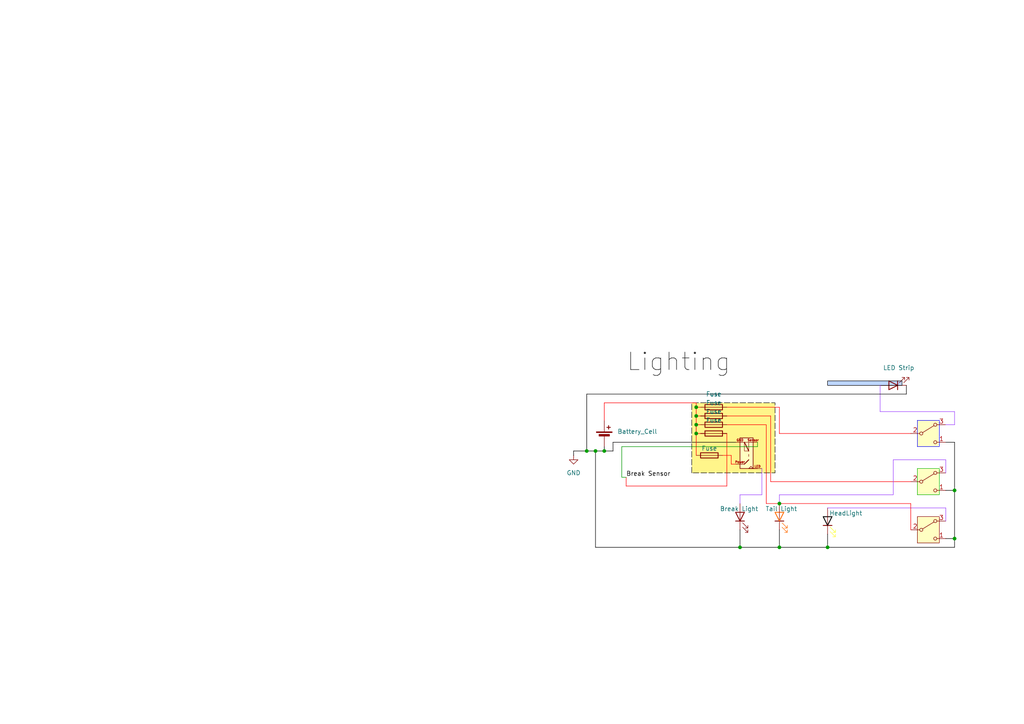
<source format=kicad_sch>
(kicad_sch (version 20250114) (generator "eeschema") (generator_version "9.0")
  (paper "A4")
  (lib_symbols
    (symbol "Device:Battery_Cell" (pin_numbers (hide yes)) (pin_names (offset 0) (hide yes))
      (property "Reference" "BT" (at 2.54 2.54 0))
      (property "Value" "Battery_Cell" (at 2.54 0 0))
      (symbol "Battery_Cell_0_1"
        (rectangle (start -2.286 1.778) (end 2.286 1.524) (fill (type outline)))
        (rectangle (start -1.524 1.016) (end 1.524 0.508) (fill (type outline)))
        (polyline (pts (xy 0 1.778) (xy 0 2.54)))
        (polyline (pts (xy 0 0.762) (xy 0 0)))
        (polyline (pts (xy 0.762 3.048) (xy 1.778 3.048)) (stroke (width 0.254)))
        (polyline (pts (xy 1.27 3.556) (xy 1.27 2.54)) (stroke (width 0.254)))
      )
      (symbol "Battery_Cell_1_1"
        (pin passive line (at 0 5.08 270) (length 2.54) (name "+") (number "1"))
        (pin passive line (at 0 -2.54 90) (length 2.54) (name "-") (number "2"))
      )
    )
    (symbol "Device:Fuse" (pin_numbers (hide yes)) (pin_names (offset 0))
      (property "Reference" "F" (at 2.032 0 90))
      (property "Value" "Fuse" (at -1.905 0 90))
      (symbol "Fuse_0_1"
        (rectangle (start -0.762 -2.54) (end 0.762 2.54) (stroke (width 0.254)))
        (polyline (pts (xy 0 2.54) (xy 0 -2.54)))
      )
      (symbol "Fuse_1_1"
        (pin passive line (at 0 3.81 270) (length 1.27) (name "~") (number "1"))
        (pin passive line (at 0 -3.81 90) (length 1.27) (name "~") (number "2"))
      )
    )
    (symbol "Device:LED" (pin_numbers (hide yes)) (pin_names (offset 1.016) (hide yes))
      (property "Reference" "D" (at 0 2.54 0))
      (property "Value" "LED" (at 0 -2.54 0))
      (symbol "LED_0_1"
        (polyline (pts (xy -3.048 -0.762) (xy -4.572 -2.286) (xy -3.81 -2.286) (xy -4.572 -2.286) (xy -4.572 -1.524)))
        (polyline (pts (xy -1.778 -0.762) (xy -3.302 -2.286) (xy -2.54 -2.286) (xy -3.302 -2.286) (xy -3.302 -1.524)))
        (polyline (pts (xy -1.27 0) (xy 1.27 0)))
        (polyline (pts (xy -1.27 -1.27) (xy -1.27 1.27)) (stroke (width 0.254)))
        (polyline (pts (xy 1.27 -1.27) (xy 1.27 1.27) (xy -1.27 0) (xy 1.27 -1.27)) (stroke (width 0.254)))
      )
      (symbol "LED_1_1"
        (pin passive line (at -3.81 0 0) (length 2.54) (name "K") (number "1"))
        (pin passive line (at 3.81 0 180) (length 2.54) (name "A") (number "2"))
      )
    )
    (symbol "Fujitsu_FTR-LYAA005x_1"
      (symbol "Fujitsu_FTR-LYAA005x_1_0_0"
        (polyline (pts (xy 5.08 2.54) (xy 5.08 0) (xy 4.445 0.635) (xy 5.08 1.27)))
      )
      (symbol "Fujitsu_FTR-LYAA005x_1_0_1"
        (polyline (pts (xy -2.54 -1.27) (xy 0 0)) (stroke (width 0.254)))
      )
      (symbol "Fujitsu_FTR-LYAA005x_1_1_1"
        (rectangle (start -3.81 1.27) (end 5.08 -2.54) (stroke (width 0.1905)) (fill (type background)))
        (rectangle (start -2.54 0) (end 0 -1.27) (stroke (width 0.127)))
        (polyline (pts (xy 0.9525 0) (xy 1.5875 0)) (stroke (width 0.127)))
        (polyline (pts (xy 2.54 0) (xy 3.81 -1.27)) (stroke (width 0.254)))
        (pin passive line (at -2.54 2.54 270) (length 2.54) (name "~") (number "Sensor"))
        (pin passive line (at -2.54 -3.81 90) (length 2.54) (name "~") (number "GND"))
        (pin passive line (at 3.81 -3.81 90) (length 2.54) (name "~") (number "Power"))
        (pin passive line (at 5.08 3.81 270) (length 2.54) (name "~") (number "LED"))
      )
    )
    (symbol "LED_1" (pin_numbers (hide yes)) (pin_names (offset 1.016) (hide yes))
      (property "Value" "Tail Light" (at -2.8574 -3.81 90))
      (symbol "LED_1_0_1"
        (polyline (pts (xy -1.27 0) (xy 1.27 0)))
        (polyline (pts (xy -1.27 -1.27) (xy -1.27 1.27)) (stroke (width 0.254)))
      )
      (symbol "LED_1_1_1"
        (polyline (pts (xy -3.048 -0.762) (xy -4.572 -2.286) (xy -3.81 -2.286) (xy -4.572 -2.286) (xy -4.572 -1.524)) (stroke (width 0) (color 255 109 7 1)))
        (polyline (pts (xy -1.778 -0.762) (xy -3.302 -2.286) (xy -2.54 -2.286) (xy -3.302 -2.286) (xy -3.302 -1.524)) (stroke (width 0) (color 255 109 7 1)))
        (polyline (pts (xy 1.27 -1.27) (xy 1.27 1.27) (xy -1.27 0) (xy 1.27 -1.27)) (stroke (width 0.254) (color 255 109 7 1)))
        (pin passive line (at -3.81 0 0) (length 2.54) (name "K") (number "1"))
        (pin passive line (at 3.81 0 180) (length 2.54) (name "A") (number "2"))
      )
    )
    (symbol "LED_2" (pin_numbers (hide yes)) (pin_names (offset 1.016) (hide yes))
      (property "Value" "LED" (at -2.8574 -3.81 90))
      (symbol "LED_2_0_1"
        (polyline (pts (xy -1.27 0) (xy 1.27 0)))
        (polyline (pts (xy -1.27 -1.27) (xy -1.27 1.27)) (stroke (width 0.254)))
      )
      (symbol "LED_2_1_1"
        (polyline (pts (xy -3.048 -0.762) (xy -4.572 -2.286) (xy -3.81 -2.286) (xy -4.572 -2.286) (xy -4.572 -1.524)) (stroke (width 0) (color 255 250 73 1)))
        (polyline (pts (xy -1.778 -0.762) (xy -3.302 -2.286) (xy -2.54 -2.286) (xy -3.302 -2.286) (xy -3.302 -1.524)) (stroke (width 0) (color 250 255 46 1)))
        (polyline (pts (xy 1.27 -1.27) (xy 1.27 1.27) (xy -1.27 0) (xy 1.27 -1.27)) (stroke (width 0.254) (color 0 0 0 1)))
        (pin passive line (at -3.81 0 0) (length 2.54) (name "K") (number "1"))
        (pin passive line (at 3.81 0 180) (length 2.54) (name "A") (number "2"))
      )
    )
    (symbol "SW_Nidec_CAS-120A1_1" (pin_names (offset 1) (hide yes))
      (symbol "SW_Nidec_CAS-120A1_1_0_1"
        (circle (center -2.032 0) (radius 0.4572))
        (polyline (pts (xy -1.651 0.254) (xy 1.651 2.286)))
        (circle (center 2.032 2.54) (radius 0.4572))
        (circle (center 2.032 -2.54) (radius 0.4572))
      )
      (symbol "SW_Nidec_CAS-120A1_1_1_1"
        (rectangle (start -3.175 3.81) (end 3.175 -3.81) (stroke (width 0) (color 7 0 255 1)) (fill (type background)))
        (pin passive line (at -5.08 0 0) (length 2.54) (name "B") (number "2"))
        (pin passive line (at 5.08 2.54 180) (length 2.54) (name "A") (number "3"))
        (pin passive line (at 5.08 -2.54 180) (length 2.54) (name "C") (number "1"))
      )
    )
    (symbol "SW_Nidec_CAS-120A1_2" (pin_names (offset 1) (hide yes))
      (symbol "SW_Nidec_CAS-120A1_2_0_1"
        (circle (center -2.032 0) (radius 0.4572))
        (polyline (pts (xy -1.651 0.254) (xy 1.651 2.286)))
        (circle (center 2.032 2.54) (radius 0.4572))
        (circle (center 2.032 -2.54) (radius 0.4572))
      )
      (symbol "SW_Nidec_CAS-120A1_2_1_1"
        (rectangle (start -3.175 3.81) (end 3.175 -3.81) (stroke (width 0) (color 8 180 1 1)) (fill (type background)))
        (pin passive line (at -5.08 0 0) (length 2.54) (name "B") (number "2"))
        (pin passive line (at 5.08 2.54 180) (length 2.54) (name "A") (number "3"))
        (pin passive line (at 5.08 -2.54 180) (length 2.54) (name "C") (number "1"))
      )
    )
    (symbol "Switch:SW_Nidec_CAS-120A1" (pin_names (offset 1) (hide yes))
      (property "Reference" "SW" (at 0 4.318 0))
      (property "Value" "SW_Nidec_CAS-120A1" (at 0 -5.08 0))
      (symbol "SW_Nidec_CAS-120A1_0_1"
        (circle (center -2.032 0) (radius 0.4572))
        (polyline (pts (xy -1.651 0.254) (xy 1.651 2.286)))
        (circle (center 2.032 2.54) (radius 0.4572))
        (circle (center 2.032 -2.54) (radius 0.4572))
      )
      (symbol "SW_Nidec_CAS-120A1_1_1"
        (rectangle (start -3.175 3.81) (end 3.175 -3.81) (fill (type background)))
        (pin passive line (at -5.08 0 0) (length 2.54) (name "B") (number "2"))
        (pin passive line (at 5.08 2.54 180) (length 2.54) (name "A") (number "3"))
        (pin passive line (at 5.08 -2.54 180) (length 2.54) (name "C") (number "1"))
      )
    )
    (symbol "power:GND" (power) (pin_numbers (hide yes)) (pin_names (offset 0) (hide yes))
      (property "Value" "GND" (at 0 -3.81 0))
      (symbol "GND_0_1"
        (polyline (pts (xy 0 0) (xy 0 -1.27) (xy 1.27 -1.27) (xy 0 -2.54) (xy -1.27 -1.27) (xy 0 -1.27)))
      )
      (symbol "GND_1_1"
        (pin power_in line (at 0 0 270) (length 0) (name "~") (number "1"))
      )
    )
  )
  (junction (at 175.26 130.81))
  (junction (at 240.03 158.75))
  (junction (at 201.93 120.65))
  (junction (at 201.93 118.11))
  (junction (at 172.72 130.81))
  (junction (at 226.06 146.05))
  (junction (at 276.86 156.21))
  (junction (at 214.63 158.75))
  (junction (at 170.18 130.81))
  (junction (at 201.93 125.73))
  (junction (at 201.93 123.19))
  (junction (at 276.86 142.24))
  (junction (at 226.06 158.75))
  (wire (pts (xy 212.09 132.08) (xy 209.55 132.08)) (stroke (width 0) (color 255 0 6 1)))
  (wire (pts (xy 175.26 116.84) (xy 201.93 116.84)) (stroke (width 0) (color 255 0 6 1)))
  (wire (pts (xy 201.93 118.11) (xy 203.2 118.11)) (stroke (width 0) (color 255 0 6 1)))
  (wire (pts (xy 220.98 135.89) (xy 220.98 143.51)) (stroke (width 0) (color 159 70 255 1)))
  (wire (pts (xy 276.86 128.27) (xy 276.86 142.24)) (stroke (width 0) (color 0 0 0 1)))
  (wire (pts (xy 214.63 153.67) (xy 214.63 158.75)) (stroke (width 0) (color 0 0 0 1)))
  (wire (pts (xy 210.82 140.97) (xy 210.82 125.73)) (stroke (width 0) (color 255 0 6 1)))
  (wire (pts (xy 226.06 146.05) (xy 264.16 146.05)) (stroke (width 0) (color 255 0 6 1)))
  (wire (pts (xy 203.2 123.19) (xy 201.93 123.19)) (stroke (width 0) (color 255 0 6 1)))
  (wire (pts (xy 213.36 134.62) (xy 212.09 134.62)) (stroke (width 0) (color 255 0 6 1)))
  (wire (pts (xy 240.03 154.94) (xy 240.03 158.75)) (stroke (width 0) (color 0 0 0 1)))
  (wire (pts (xy 226.06 118.11) (xy 210.82 118.11)) (stroke (width 0) (color 255 0 6 1)))
  (wire (pts (xy 274.32 133.35) (xy 274.32 137.16)) (stroke (width 0) (color 159 70 255 1)))
  (wire (pts (xy 213.36 128.27) (xy 177.8 128.27)) (stroke (width 0) (color 0 0 0 1)))
  (wire (pts (xy 222.25 123.19) (xy 210.82 123.19)) (stroke (width 0) (color 255 0 6 1)))
  (wire (pts (xy 172.72 130.81) (xy 170.18 130.81)) (stroke (width 0) (color 0 0 0 1)))
  (wire (pts (xy 214.63 158.75) (xy 172.72 158.75)) (stroke (width 0) (color 0 0 0 1)))
  (wire (pts (xy 181.61 140.97) (xy 210.82 140.97)) (stroke (width 0) (color 255 0 6 1)))
  (wire (pts (xy 220.98 143.51) (xy 214.63 143.51)) (stroke (width 0) (color 159 70 255 1)))
  (wire (pts (xy 219.71 129.54) (xy 180.34 129.54)))
  (wire (pts (xy 201.93 116.84) (xy 201.93 118.11)) (stroke (width 0) (color 255 0 6 1)))
  (wire (pts (xy 226.06 125.73) (xy 226.06 118.11)) (stroke (width 0) (color 255 0 6 1)))
  (wire (pts (xy 264.16 146.05) (xy 264.16 153.67)) (stroke (width 0) (color 255 0 6 1)))
  (wire (pts (xy 226.06 143.51) (xy 259.08 143.51)) (stroke (width 0) (color 159 70 255 1)))
  (wire (pts (xy 175.26 121.92) (xy 175.26 116.84)) (stroke (width 0) (color 255 0 6 1)))
  (wire (pts (xy 274.32 142.24) (xy 276.86 142.24)) (stroke (width 0) (color 0 0 0 1)))
  (wire (pts (xy 180.34 129.54) (xy 180.34 138.43)))
  (wire (pts (xy 201.93 125.73) (xy 201.93 132.08)) (stroke (width 0) (color 255 0 6 1)))
  (wire (pts (xy 259.08 143.51) (xy 259.08 133.35)) (stroke (width 0) (color 159 70 255 1)))
  (wire (pts (xy 276.86 119.38) (xy 276.86 123.19)) (stroke (width 0) (color 159 70 255 1)))
  (wire (pts (xy 255.27 111.76) (xy 255.27 119.38)) (stroke (width 0) (color 159 70 255 1)))
  (wire (pts (xy 264.16 139.7) (xy 223.52 139.7)) (stroke (width 0) (color 255 0 6 1)))
  (wire (pts (xy 274.32 147.32) (xy 274.32 151.13)) (stroke (width 0) (color 159 70 255 1)))
  (wire (pts (xy 276.86 156.21) (xy 276.86 158.75)) (stroke (width 0) (color 0 0 0 1)))
  (wire (pts (xy 264.16 125.73) (xy 226.06 125.73)) (stroke (width 0) (color 255 0 6 1)))
  (wire (pts (xy 274.32 128.27) (xy 276.86 128.27)) (stroke (width 0) (color 0 0 0 1)))
  (wire (pts (xy 276.86 158.75) (xy 240.03 158.75)) (stroke (width 0) (color 0 0 0 1)))
  (wire (pts (xy 226.06 153.67) (xy 226.06 158.75)) (stroke (width 0) (color 0 0 0 1)))
  (wire (pts (xy 223.52 120.65) (xy 210.82 120.65)) (stroke (width 0) (color 255 0 6 1)))
  (wire (pts (xy 201.93 125.73) (xy 201.93 123.19)) (stroke (width 0) (color 255 0 6 1)))
  (wire (pts (xy 201.93 118.11) (xy 201.93 120.65)) (stroke (width 0) (color 255 0 6 1)))
  (wire (pts (xy 214.63 143.51) (xy 214.63 146.05)) (stroke (width 0) (color 159 70 255 1)))
  (wire (pts (xy 255.27 119.38) (xy 276.86 119.38)) (stroke (width 0) (color 159 70 255 1)))
  (wire (pts (xy 212.09 134.62) (xy 212.09 132.08)) (stroke (width 0) (color 255 0 6 1)))
  (wire (pts (xy 170.18 130.81) (xy 166.37 130.81)) (stroke (width 0) (color 0 0 0 1)))
  (wire (pts (xy 274.32 156.21) (xy 276.86 156.21)) (stroke (width 0) (color 0 0 0 1)))
  (wire (pts (xy 240.03 147.32) (xy 274.32 147.32)) (stroke (width 0) (color 159 70 255 1)))
  (wire (pts (xy 170.18 114.3) (xy 170.18 130.81)) (stroke (width 0) (color 0 0 0 1)))
  (wire (pts (xy 172.72 130.81) (xy 172.72 158.75)) (stroke (width 0) (color 0 0 0 1)))
  (wire (pts (xy 203.2 120.65) (xy 201.93 120.65)) (stroke (width 0) (color 255 0 6 1)))
  (wire (pts (xy 175.26 130.81) (xy 172.72 130.81)) (stroke (width 0) (color 0 0 0 1)))
  (wire (pts (xy 259.08 133.35) (xy 274.32 133.35)) (stroke (width 0) (color 159 70 255 1)))
  (wire (pts (xy 180.34 138.43) (xy 181.61 138.43)))
  (wire (pts (xy 222.25 123.19) (xy 222.25 146.05)) (stroke (width 0) (color 255 0 6 1)))
  (wire (pts (xy 222.25 146.05) (xy 226.06 146.05)) (stroke (width 0) (color 255 0 6 1)))
  (wire (pts (xy 203.2 125.73) (xy 201.93 125.73)) (stroke (width 0) (color 255 0 6 1)))
  (wire (pts (xy 262.89 111.76) (xy 262.89 114.3)) (stroke (width 0) (color 0 0 0 1)))
  (wire (pts (xy 181.61 138.43) (xy 181.61 140.97)) (stroke (width 0) (color 255 0 6 1)))
  (wire (pts (xy 226.06 143.51) (xy 226.06 146.05)) (stroke (width 0) (color 159 70 255 1)))
  (wire (pts (xy 240.03 158.75) (xy 226.06 158.75)) (stroke (width 0) (color 0 0 0 1)))
  (wire (pts (xy 166.37 130.81) (xy 166.37 132.08)) (stroke (width 0) (color 0 0 0 1)))
  (wire (pts (xy 177.8 128.27) (xy 177.8 130.81)) (stroke (width 0) (color 0 0 0 1)))
  (wire (pts (xy 274.32 123.19) (xy 276.86 123.19)) (stroke (width 0) (color 159 70 255 1)))
  (wire (pts (xy 262.89 114.3) (xy 170.18 114.3)) (stroke (width 0) (color 0 0 0 1)))
  (wire (pts (xy 201.93 120.65) (xy 201.93 123.19)) (stroke (width 0) (color 255 0 6 1)))
  (wire (pts (xy 276.86 142.24) (xy 276.86 156.21)) (stroke (width 0) (color 0 0 0 1)))
  (wire (pts (xy 223.52 120.65) (xy 223.52 139.7)) (stroke (width 0) (color 255 0 6 1)))
  (wire (pts (xy 219.71 128.27) (xy 219.71 129.54)))
  (wire (pts (xy 175.26 129.54) (xy 175.26 130.81)) (stroke (width 0) (color 0 0 0 1)))
  (wire (pts (xy 201.93 123.19) (xy 201.93 125.73)))
  (wire (pts (xy 177.8 130.81) (xy 175.26 130.81)) (stroke (width 0) (color 0 0 0 1)))
  (wire (pts (xy 226.06 158.75) (xy 214.63 158.75)) (stroke (width 0) (color 0 0 0 1)))
  (label "Break Sensor" (at 181.61 138.43 0))
  (label "Lighting" (at 181.61 109.22 0) (effects (font (size 5.08 5.08))))
  (rule_area (polyline (pts (xy 200.66 137.16) (xy 200.66 116.84) (xy 224.79 116.84) (xy 224.79 137.16)) (stroke (width 0) (type dash) (color 0 0 0 1)) (fill (type color) (color 255 245 138 1))))
  (rule_area (polyline (pts (xy 261.62 111.76) (xy 240.03 111.76) (xy 240.03 110.49) (xy 261.62 110.49)) (stroke (width 0) (color 0 0 0 1)) (fill (type color) (color 187 212 255 1))))
  (symbol (lib_id "Device:Fuse") (at 207.01 125.73 90) (unit 1)
    (property "Reference" "F6" (effects (hide yes)))
    (property "Value" "Fuse" (at 207.01 121.92 90))
    (property "Description" "Fuse" (effects (hide yes)))
  )
  (symbol (lib_id "Device:LED") (at 259.08 111.76 180) (unit 1)
    (property "Reference" "D3" (effects (hide yes)))
    (property "Value" "LED Strip" (at 260.6675 106.68 0))
    (property "Description" "Light emitting diode" (effects (hide yes)))
    (property "Sim.Pins" "1=K 2=A" (effects (hide yes)))
  )
  (symbol (lib_name "SW_Nidec_CAS-120A1_1") (lib_id "Switch:SW_Nidec_CAS-120A1") (at 269.24 125.73 0) (unit 1)
    (property "Reference" "SW4" (effects (hide yes)))
    (property "Value" "SW_Nidec_CAS-120A1" (effects (hide yes)))
    (property "Footprint" "Button_Switch_SMD:Nidec_Copal_CAS-120A" (effects (hide yes)))
    (property "Datasheet" "https://www.nidec-components.com/e/catalog/switch/cas.pdf" (effects (hide yes)))
    (property "Description" "Switch, single pole double throw" (effects (hide yes)))
  )
  (symbol (lib_id "Device:Battery_Cell") (at 175.26 127 0) (unit 1)
    (property "Reference" "BT2" (effects (hide yes)))
    (property "Value" "Battery_Cell" (at 179.07 125.1584 0) (effects (justify left)))
    (property "Description" "Single-cell battery" (effects (hide yes)))
  )
  (symbol (lib_name "LED_2") (lib_id "Device:LED") (at 240.03 151.13 90) (unit 1)
    (property "Reference" "D6" (effects (hide yes)))
    (property "Value" "HeadLight" (at 240.538 148.844 90) (effects (justify right)))
    (property "Description" "Light emitting diode" (effects (hide yes)))
    (property "Sim.Pins" "1=K 2=A" (effects (hide yes)))
  )
  (symbol (lib_name "LED_1") (lib_id "Device:LED") (at 226.06 149.86 90) (unit 1)
    (property "Reference" "D5" (effects (hide yes)))
    (property "Value" "Tail Light" (at 221.996 147.574 90) (effects (justify right)))
    (property "Description" "Light emitting diode" (effects (hide yes)))
    (property "Sim.Pins" "1=K 2=A" (effects (hide yes)))
  )
  (symbol (lib_id "Device:Fuse") (at 205.74 132.08 90) (unit 1)
    (property "Reference" "F7" (effects (hide yes)))
    (property "Value" "Fuse" (at 205.74 130.048 90))
    (property "Description" "Fuse" (effects (hide yes)))
  )
  (symbol (lib_id "Switch:SW_Nidec_CAS-120A1") (at 269.24 153.67 0) (unit 1)
    (property "Reference" "SW2" (effects (hide yes)))
    (property "Value" "SW_Nidec_CAS-120A1" (effects (hide yes)))
    (property "Footprint" "Button_Switch_SMD:Nidec_Copal_CAS-120A" (effects (hide yes)))
    (property "Datasheet" "https://www.nidec-components.com/e/catalog/switch/cas.pdf" (effects (hide yes)))
    (property "Description" "Switch, single pole double throw" (effects (hide yes)))
  )
  (symbol (lib_id "Device:Fuse") (at 207.01 123.19 90) (unit 1)
    (property "Reference" "F5" (effects (hide yes)))
    (property "Value" "Fuse" (at 207.01 119.38 90))
    (property "Description" "Fuse" (effects (hide yes)))
  )
  (symbol (lib_id "Device:Fuse") (at 207.01 118.11 90) (unit 1)
    (property "Reference" "F3" (effects (hide yes)))
    (property "Value" "Fuse" (at 207.01 114.3 90))
    (property "Description" "Fuse" (effects (hide yes)))
  )
  (symbol (lib_name "Fujitsu_FTR-LYAA005x_1") (lib_id "Relay:Fujitsu_FTR-LYAA005x") (at 217.17 130.81 270) (unit 1)
    (property "Reference" "K2" (effects (hide yes)))
    (property "Value" "Fujitsu_FTR-LYAA005x" (effects (hide yes)))
    (property "Footprint" "Relay_THT:Relay_SPST-NO_Fujitsu_FTR-LYAA005x_FormA_Vertical" (effects (hide yes)))
    (property "Datasheet" "https://www.fujitsu.com/sg/imagesgig5/ftr-ly.pdf" (effects (hide yes)))
    (property "Description" "Relay, SPST Form A, vertical mount, 5-60V coil, 6A, 250VAC, 28 x 5 x 15mm" (effects (hide yes)))
  )
  (symbol (lib_id "Device:LED") (at 214.63 149.86 90) (unit 1)
    (property "Reference" "D4" (effects (hide yes)))
    (property "Value" "Break Light" (at 208.788 147.574 90) (effects (justify right)))
    (property "Description" "Light emitting diode" (effects (hide yes)))
    (property "Sim.Pins" "1=K 2=A" (effects (hide yes)))
  )
  (symbol (lib_id "power:GND") (at 166.37 132.08 0) (unit 1)
    (property "Reference" "#PWR03" (effects (hide yes)))
    (property "Value" "GND" (at 166.37 137.16 0))
    (property "Description" "Power symbol creates a global label with name \"GND\" , ground" (effects (hide yes)))
  )
  (symbol (lib_id "Device:Fuse") (at 207.01 120.65 90) (unit 1)
    (property "Reference" "F4" (effects (hide yes)))
    (property "Value" "Fuse" (at 207.01 116.84 90))
    (property "Description" "Fuse" (effects (hide yes)))
  )
  (symbol (lib_name "SW_Nidec_CAS-120A1_2") (lib_id "Switch:SW_Nidec_CAS-120A1") (at 269.24 139.7 0) (unit 1)
    (property "Reference" "SW3" (effects (hide yes)))
    (property "Value" "SW_Nidec_CAS-120A1" (effects (hide yes)))
    (property "Footprint" "Button_Switch_SMD:Nidec_Copal_CAS-120A" (effects (hide yes)))
    (property "Datasheet" "https://www.nidec-components.com/e/catalog/switch/cas.pdf" (effects (hide yes)))
    (property "Description" "Switch, single pole double throw" (effects (hide yes)))
  )
)
</source>
